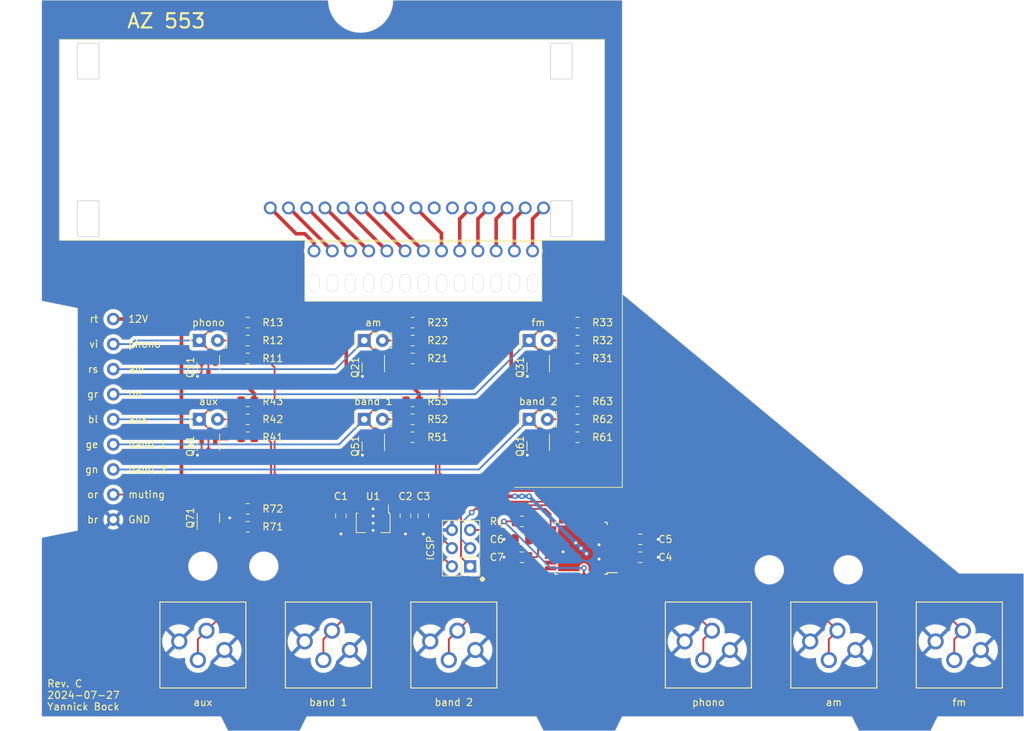
<source format=kicad_pcb>
(kicad_pcb (version 20221018) (generator pcbnew)
  (layers (0 "F.Cu" signal) (31 "B.Cu" signal) (34 "B.Paste" user) (35 "F.Paste" user) (36 "B.SilkS" user "B.Silkscreen") (37 "F.SilkS" user "F.Silkscreen") (38 "B.Mask" user) (39 "F.Mask" user) (44 "Edge.Cuts" user))
  (net 0 "")
  (net 1 "GND")
  (net 2 "+12V")
  (net 3 "PHONO")
  (net 4 "AM")
  (net 5 "FM")
  (net 6 "AUX")
  (net 7 "BD1")
  (net 8 "BD2")
  (net 9 "RESET")
  (net 10 "+5V")
  (net 11 "B_AUX")
  (net 12 "B_BD1")
  (net 13 "B_BD2")
  (net 14 "B_PHONO")
  (net 15 "B_AM")
  (net 16 "B_FM")
  (net 17 "Net-(U2-AREF)")
  (net 18 "Net-(D11-A)")
  (net 19 "Net-(D11-K)")
  (net 20 "Net-(D21-A)")
  (net 21 "Net-(D21-K)")
  (net 22 "Net-(D31-A)")
  (net 23 "Net-(D31-K)")
  (net 24 "Net-(D41-A)")
  (net 25 "Net-(D41-K)")
  (net 26 "Net-(D51-A)")
  (net 27 "Net-(D51-K)")
  (net 28 "Net-(D61-A)")
  (net 29 "Net-(D61-K)")
  (net 30 "Net-(J5-Pin_13)")
  (net 31 "CLK")
  (net 32 "MOSI")
  (net 33 "MISO")
  (net 34 "Net-(J5-Pin_12)")
  (net 35 "Net-(J5-Pin_11)")
  (net 36 "Net-(J5-Pin_10)")
  (net 37 "Net-(J5-Pin_9)")
  (net 38 "Net-(J5-Pin_8)")
  (net 39 "Net-(J5-Pin_7)")
  (net 40 "Net-(J5-Pin_6)")
  (net 41 "Net-(J5-Pin_5)")
  (net 42 "Net-(J5-Pin_4)")
  (net 43 "Net-(J5-Pin_3)")
  (net 44 "Net-(J5-Pin_2)")
  (net 45 "Net-(J5-Pin_1)")
  (net 49 "Net-(Q11-B)")
  (net 50 "Net-(Q21-B)")
  (net 51 "Net-(Q31-B)")
  (net 52 "Net-(Q41-B)")
  (net 53 "Net-(Q51-B)")
  (net 54 "Net-(Q61-B)")
  (net 55 "Net-(Q71-B)")
  (net 63 "Net-(J11-Pin_1)")
  (net 64 "MUTING")
  (footprint "LED_THT:LED_Rectangular_W5.0mm_H2.0mm" (layer "F.Cu") (at 36 61.5)
    (fp_text reference "D11" hide)
    (fp_text value "LED")
  )
  (footprint "LED_THT:LED_Rectangular_W5.0mm_H2.0mm" (layer "F.Cu") (at 59 61.5)
    (fp_text reference "D21" hide)
    (fp_text value "LED")
  )
  (footprint "LED_THT:LED_Rectangular_W5.0mm_H2.0mm" (layer "F.Cu") (at 82 61.5)
    (fp_text reference "D31" hide)
    (fp_text value "LED")
  )
  (footprint "LED_THT:LED_Rectangular_W5.0mm_H2.0mm" (layer "F.Cu") (at 36 72.5)
    (fp_text reference "D41" hide)
    (fp_text value "LED")
  )
  (footprint "LED_THT:LED_Rectangular_W5.0mm_H2.0mm" (layer "F.Cu") (at 59 72.5)
    (fp_text reference "D51" hide)
    (fp_text value "LED")
  )
  (footprint "LED_THT:LED_Rectangular_W5.0mm_H2.0mm" (layer "F.Cu") (at 82 72.5)
    (fp_text reference "D61" hide)
    (fp_text value "LED")
  )
  (footprint "Resistor_SMD:R_0805_2012Metric" (layer "F.Cu") (at 42.75 61.5)
    (fp_text reference "R12")
    (fp_text value "680")
  )
  (footprint "Resistor_SMD:R_0805_2012Metric" (layer "F.Cu") (at 65.75 61.5)
    (fp_text reference "R22")
    (fp_text value "680")
  )
  (footprint "Resistor_SMD:R_0805_2012Metric" (layer "F.Cu") (at 88.75 61.5)
    (fp_text reference "R32")
    (fp_text value "680")
  )
  (footprint "Resistor_SMD:R_0805_2012Metric" (layer "F.Cu") (at 42.75 72.5)
    (fp_text reference "R42")
    (fp_text value "680")
  )
  (footprint "Resistor_SMD:R_0805_2012Metric" (layer "F.Cu") (at 65.75 72.5)
    (fp_text reference "R52")
    (fp_text value "680")
  )
  (footprint "Resistor_SMD:R_0805_2012Metric" (layer "F.Cu") (at 88.75 72.5)
    (fp_text reference "R62")
    (fp_text value "680")
  )
  (footprint "Resistor_SMD:R_0805_2012Metric" (layer "F.Cu") (at 42.75 59)
    (fp_text reference "R13")
    (fp_text value "10k")
  )
  (footprint "Resistor_SMD:R_0805_2012Metric" (layer "F.Cu") (at 65.75 59)
    (fp_text reference "R23")
    (fp_text value "10k")
  )
  (footprint "Resistor_SMD:R_0805_2012Metric" (layer "F.Cu") (at 88.75 59)
    (fp_text reference "R33")
    (fp_text value "10k")
  )
  (footprint "Resistor_SMD:R_0805_2012Metric" (layer "F.Cu") (at 42.75 70)
    (fp_text reference "R43")
    (fp_text value "10k")
  )
  (footprint "Resistor_SMD:R_0805_2012Metric" (layer "F.Cu") (at 65.75 70)
    (fp_text reference "R53")
    (fp_text value "10k")
  )
  (footprint "Resistor_SMD:R_0805_2012Metric" (layer "F.Cu") (at 88.75 70)
    (fp_text reference "R63")
    (fp_text value "10k")
  )
  (footprint "Resistor_SMD:R_0805_2012Metric" (layer "F.Cu") (at 42.75 64 180)
    (fp_text reference "R11")
    (fp_text value "3.3k")
  )
  (footprint "Resistor_SMD:R_0805_2012Metric" (layer "F.Cu") (at 65.75 64 180)
    (fp_text reference "R21")
    (fp_text value "3.3k")
  )
  (footprint "Resistor_SMD:R_0805_2012Metric" (layer "F.Cu") (at 88.75 64 180)
    (fp_text reference "R31")
    (fp_text value "3.3k")
  )
  (footprint "Resistor_SMD:R_0805_2012Metric" (layer "F.Cu") (at 42.75 75 180)
    (fp_text reference "R41")
    (fp_text value "3.3k")
  )
  (footprint "Resistor_SMD:R_0805_2012Metric" (layer "F.Cu") (at 65.75 75 180)
    (fp_text reference "R51")
    (fp_text value "3.3k")
  )
  (footprint "Resistor_SMD:R_0805_2012Metric" (layer "F.Cu") (at 88.75 75 180)
    (fp_text reference "R61")
    (fp_text value "3.3k")
  )
  (footprint "Anzeige-Modul:SW_PUSH_DPDT" (layer "F.Cu") (at 37 102)
    (fp_text reference "SW1" hide)
    (fp_text value "AUX")
  )
  (footprint "Anzeige-Modul:SW_PUSH_DPDT" (layer "F.Cu") (at 54.5 102)
    (fp_text reference "SW2" hide)
    (fp_text value "BD1")
  )
  (footprint "Anzeige-Modul:SW_PUSH_DPDT" (layer "F.Cu") (at 72 102)
    (fp_text reference "SW3" hide)
    (fp_text value "BD2")
  )
  (footprint "Anzeige-Modul:SW_PUSH_DPDT" (layer "F.Cu") (at 107.5 102)
    (fp_text reference "SW4" hide)
    (fp_text value "PHONO")
  )
  (footprint "Anzeige-Modul:SW_PUSH_DPDT" (layer "F.Cu") (at 125 102)
    (fp_text reference "SW5" hide)
    (fp_text value "AM")
  )
  (footprint "Anzeige-Modul:SW_PUSH_DPDT" (layer "F.Cu") (at 142.5 102)
    (fp_text reference "SW6" hide)
    (fp_text value "FM")
  )
  (footprint "Package_TO_SOT_SMD:SOT-89-3" (layer "F.Cu") (at 60.25 86.65 -90)
    (fp_text reference "U1")
    (fp_text value "L78L05")
  )
  (footprint "Anzeige-Modul:PadArray_2.54mm_01x13" (layer "F.Cu") (at 67.2 52.5)
    (fp_text reference "J5" hide)
    (fp_text value "Conn_01x13_Male")
  )
  (footprint "saba_9240_frontend:Pad_Array_2,54mm_16" (layer "F.Cu") (at 65 45.2)
    (fp_text reference "J6" hide)
    (fp_text value "Conn_01x16_Male")
  )
  (footprint "Connector_PinHeader_2.54mm:PinHeader_2x03_P2.54mm_Vertical" (layer "F.Cu") (at 73.775 93.025 180)
    (fp_text reference "J3" hide)
    (fp_text value "Conn_02x03_Counter_Clockwise")
  )
  (footprint "Resistor_SMD:R_0805_2012Metric" (layer "F.Cu") (at 42.75 85 180)
    (fp_text reference "R72")
    (fp_text value "2k7")
  )
  (footprint "Resistor_SMD:R_0805_2012Metric" (layer "F.Cu") (at 42.75 87.5 180)
    (fp_text reference "R71")
    (fp_text value "3.3k")
  )
  (footprint "Capacitor_SMD:C_0805_2012Metric" (layer "F.Cu") (at 55.75 85.95 90)
    (fp_text reference "C1")
    (fp_text value "470n")
  )
  (footprint "Capacitor_SMD:C_0805_2012Metric" (layer "F.Cu") (at 67.25 85.95 90)
    (fp_text reference "C3")
    (fp_text value "100n")
  )
  (footprint "Package_QFP:TQFP-32_7x7mm_P0.8mm" (layer "F.Cu") (at 89.25 90.5 180)
    (fp_text reference "U2" hide)
    (fp_text value "ATmega328P-AU")
  )
  (footprint "Capacitor_SMD:C_0805_2012Metric" (layer "F.Cu") (at 81 91.75 180)
    (fp_text reference "C7")
    (fp_text value "100n")
  )
  (footprint "Resistor_SMD:R_0805_2012Metric" (layer "F.Cu") (at 81 86.75 180)
    (fp_text reference "R1")
    (fp_text value "10k")
  )
  (footprint "Capacitor_SMD:C_0805_2012Metric" (layer "F.Cu") (at 64.75 85.95 90)
    (fp_text reference "C2")
    (fp_text value "2.2µ")
  )
  (footprint "Capacitor_SMD:C_0805_2012Metric" (layer "F.Cu") (at 97.5 91.75 180)
    (fp_text reference "C4")
    (fp_text value "100n")
  )
  (footprint "Capacitor_SMD:C_0805_2012Metric" (layer "F.Cu") (at 97.5 89.25 180)
    (fp_text reference "C5")
    (fp_text value "100n")
  )
  (footprint "Capacitor_SMD:C_0805_2012Metric" (layer "F.Cu") (at 81 89.25)
    (fp_text reference "C6")
    (fp_text value "100n")
  )
  (footprint "Anzeige-Modul:Conn_01x01" (layer "F.Cu") (at 24 86.5)
    (fp_text reference "J13" hide)
    (fp_text value "br" hide)
  )
  (footprint "Package_TO_SOT_SMD:SOT-23" (layer "F.Cu") (at 60.27 76.25 -90)
    (fp_text reference "Q51")
    (fp_text value "BC847")
  )
  (footprint "Package_TO_SOT_SMD:SOT-23" (layer "F.Cu") (at 37.27 76.25 -90)
    (fp_text reference "Q41")
    (fp_text value "BC847")
  )
  (footprint "Anzeige-Modul:Conn_01x01" (layer "F.Cu") (at 24 65.5)
    (fp_text reference "J4" hide)
    (fp_text value "rs" hide)
  )
  (footprint "Anzeige-Modul:Conn_01x01" (layer "F.Cu") (at 24 79.5)
    (fp_text reference "J10" hide)
    (fp_text value "gn" hide)
  )
  (footprint "Anzeige-Modul:Conn_01x01" (layer "F.Cu") (at 24 58.5)
    (fp_text reference "J12" hide)
    (fp_text value "rt" hide)
  )
  (footprint "Anzeige-Modul:Conn_01x01" (layer "F.Cu") (at 24 72.5)
    (fp_text reference "J8" hide)
    (fp_text value "bl" hide)
  )
  (footprint "Package_TO_SOT_SMD:SOT-23" (layer "F.Cu") (at 37.27 65.25 -90)
    (fp_text reference "Q11")
    (fp_text value "BC847")
  )
  (footprint "Anzeige-Modul:Conn_01x01" (layer "F.Cu") (at 24 69)
    (fp_text reference "J7" hide)
    (fp_text value "gr" hide)
  )
  (footprint "Package_TO_SOT_SMD:SOT-23" (layer "F.Cu") (at 83.27 76.25 -90)
    (fp_text reference "Q61")
    (fp_text value "BC847")
  )
  (footprint "Anzeige-Modul:Conn_01x01" (layer "F.Cu") (at 24 76)
    (fp_text reference "J9" hide)
    (fp_text value "ge" hide)
  )
  (footprint "Anzeige-Modul:Conn_01x01" (layer "F.Cu") (at 24 62)
    (fp_text reference "J2" hide)
    (fp_text value "vi" hide)
  )
  (footprint "Package_TO_SOT_SMD:SOT-23" (layer "F.Cu") (at 83.27 65.25 -90)
    (fp_text reference "Q31")
    (fp_text value "BC847")
  )
  (footprint "Package_TO_SOT_SMD:SOT-23" (layer "F.Cu") (at 37.27 86.25 90)
    (fp_text reference "Q71")
    (fp_text value "BC847")
  )
  (footprint "Anzeige-Modul:Conn_01x01" (layer "F.Cu") (at 24 83)
    (fp_text reference "J11" hide)
    (fp_text value "or" hide)
  )
  (footprint "Package_TO_SOT_SMD:SOT-23" (layer "F.Cu") (at 60.27 65.25 -90)
    (fp_text reference "Q21")
    (fp_text value "BC847")
  )
  (gr_line (start 95 55) (end 95 82) (stroke (width 0.12)) (layer "F.SilkS"))
  (gr_line (start 16.5 47.5) (end 16.5 19.5) (stroke (width 0.12)) (layer "F.SilkS"))
  (gr_line (start 83.75 56) (end 50.75 56) (stroke (width 0.12)) (layer "F.SilkS"))
  (gr_line (start 92.5 47.5) (end 16.5 47.5) (stroke (width 0.12)) (layer "F.SilkS"))
  (gr_line (start 16.5 19.5) (end 92.5 19.5) (stroke (width 0.12)) (layer "F.SilkS"))
  (gr_line (start 50.75 56) (end 50.75 47.7) (stroke (width 0.12)) (layer "F.SilkS"))
  (gr_line (start 95 82) (end 80 82) (stroke (width 0.12)) (layer "F.SilkS"))
  (gr_line (start 83.75 47.7) (end 83.75 56) (stroke (width 0.12)) (layer "F.SilkS"))
  (gr_line (start 50.75 47.7) (end 83.75 47.7) (stroke (width 0.12)) (layer "F.SilkS"))
  (gr_line (start 92.5 19.5) (end 92.5 47.5) (stroke (width 0.12)) (layer "F.SilkS"))
  (gr_line (start 139 114) (end 151 114) (stroke (width 0.05)) (layer "Edge.Cuts"))
  (gr_line (start 142 94) (end 95 55) (stroke (width 0.05)) (layer "Edge.Cuts"))
  (gr_line (start 40 116) (end 50 116) (stroke (width 0.05)) (layer "Edge.Cuts"))
  (gr_line (start 94 116) (end 95 114) (stroke (width 0.05)) (layer "Edge.Cuts"))
  (gr_line (start 138 116) (end 139 114) (stroke (width 0.05)) (layer "Edge.Cuts"))
  (gr_line (start 19 88) (end 14 89) (stroke (width 0.05)) (layer "Edge.Cuts"))
  (gr_arc (start 81.73 53) (mid 82.48 52.25) (end 83.23 53) (stroke (width 0.05)) (layer "Edge.Cuts"))
  (gr_arc (start 80.69 54) (mid 79.94 54.75) (end 79.19 54) (stroke (width 0.05)) (layer "Edge.Cuts"))
  (gr_arc (start 78.15 54) (mid 77.4 54.75) (end 76.65 54) (stroke (width 0.05)) (layer "Edge.Cuts"))
  (gr_arc (start 75.61 54) (mid 74.86 54.75) (end 74.11 54) (stroke (width 0.05)) (layer "Edge.Cuts"))
  (gr_arc (start 73.07 54) (mid 72.32 54.75) (end 71.57 54) (stroke (width 0.05)) (layer "Edge.Cuts"))
  (gr_arc (start 70.53 54) (mid 69.78 54.75) (end 69.03 54) (stroke (width 0.05)) (layer "Edge.Cuts"))
  (gr_arc (start 67.99 54) (mid 67.24 54.75) (end 66.49 54) (stroke (width 0.05)) (layer "Edge.Cuts"))
  (gr_arc (start 65.45 54) (mid 64.7 54.75) (end 63.95 54) (stroke (width 0.05)) (layer "Edge.Cuts"))
  (gr_arc (start 62.91 54) (mid 62.16 54.75) (end 61.41 54) (stroke (width 0.05)) (layer "Edge.Cuts"))
  (gr_arc (start 60.37 54) (mid 59.62 54.75) (end 58.87 54) (stroke (width 0.05)) (layer "Edge.Cuts"))
  (gr_arc (start 57.83 54) (mid 57.08 54.75) (end 56.33 54) (stroke (width 0.05)) (layer "Edge.Cuts"))
  (gr_arc (start 55.29 54) (mid 54.54 54.75) (end 53.79 54) (stroke (width 0.05)) (layer "Edge.Cuts"))
  (gr_arc (start 52.75 54) (mid 52 54.75) (end 51.25 54) (stroke (width 0.05)) (layer "Edge.Cuts"))
  (gr_arc (start 79.19 53) (mid 79.94 52.25) (end 80.69 53) (stroke (width 0.05)) (layer "Edge.Cuts"))
  (gr_arc (start 76.65 53) (mid 77.4 52.25) (end 78.15 53) (stroke (width 0.05)) (layer "Edge.Cuts"))
  (gr_arc (start 74.11 53) (mid 74.86 52.25) (end 75.61 53) (stroke (width 0.05)) (layer "Edge.Cuts"))
  (gr_arc (start 71.57 53) (mid 72.32 52.25) (end 73.07 53) (stroke (width 0.05)) (layer "Edge.Cuts"))
  (gr_arc (start 69.03 53) (mid 69.78 52.25) (end 70.53 53) (stroke (width 0.05)) (layer "Edge.Cuts"))
  (gr_arc (start 66.49 53) (mid 67.24 52.25) (end 67.99 53) (stroke (width 0.05)) (layer "Edge.Cuts"))
  (gr_arc (start 63.95 53) (mid 64.7 52.25) (end 65.45 53) (stroke (width 0.05)) (layer "Edge.Cuts"))
  (gr_arc (start 61.41 53) (mid 62.16 52.25) (end 62.91 53) (stroke (width 0.05)) (layer "Edge.Cuts"))
  (gr_arc (start 58.87 53) (mid 59.62 52.25) (end 60.37 53) (stroke (width 0.05)) (layer "Edge.Cuts"))
  (gr_arc (start 56.33 53) (mid 57.08 52.25) (end 57.83 53) (stroke (width 0.05)) (layer "Edge.Cuts"))
  (gr_arc (start 53.79 53) (mid 54.54 52.25) (end 55.29 53) (stroke (width 0.05)) (layer "Edge.Cuts"))
  (gr_arc (start 51.25 53) (mid 52 52.25) (end 52.75 53) (stroke (width 0.05)) (layer "Edge.Cuts"))
  (gr_line (start 80.69 53) (end 80.69 54) (stroke (width 0.05)) (layer "Edge.Cuts"))
  (gr_line (start 79.19 53) (end 79.19 54) (stroke (width 0.05)) (layer "Edge.Cuts"))
  (gr_line (start 78.15 53) (end 78.15 54) (stroke (width 0.05)) (layer "Edge.Cuts"))
  (gr_line (start 76.65 53) (end 76.65 54) (stroke (width 0.05)) (layer "Edge.Cuts"))
  (gr_line (start 75.61 53) (end 75.61 54) (stroke (width 0.05)) (layer "Edge.Cuts"))
  (gr_line (start 74.11 53) (end 74.11 54) (stroke (width 0.05)) (layer "Edge.Cuts"))
  (gr_line (start 73.07 53) (end 73.07 54) (stroke (width 0.05)) (layer "Edge.Cuts"))
  (gr_line (start 71.57 53) (end 71.57 54) (stroke (width 0.05)) (layer "Edge.Cuts"))
  (gr_line (start 70.53 53) (end 70.53 54) (stroke (width 0.05)) (layer "Edge.Cuts"))
  (gr_line (start 69.03 53) (end 69.03 54) (stroke (width 0.05)) (layer "Edge.Cuts"))
  (gr_line (start 67.99 53) (end 67.99 54) (stroke (width 0.05)) (layer "Edge.Cuts"))
  (gr_line (start 66.49 53) (end 66.49 54) (stroke (width 0.05)) (layer "Edge.Cuts"))
  (gr_line (start 65.45 53) (end 65.45 54) (stroke (width 0.05)) (layer "Edge.Cuts"))
  (gr_line (start 63.95 53) (end 63.95 54) (stroke (width 0.05)) (layer "Edge.Cuts"))
  (gr_line (start 62.91 53) (end 62.91 54) (stroke (width 0.05)) (layer "Edge.Cuts"))
  (gr_line (start 61.41 53) (end 61.41 54) (stroke (width 0.05)) (layer "Edge.Cuts"))
  (gr_line (start 60.37 53) (end 60.37 54) (stroke (width 0.05)) (layer "Edge.Cuts"))
  (gr_line (start 58.87 53) (end 58.87 54) (stroke (width 0.05)) (layer "Edge.Cuts"))
  (gr_line (start 57.83 53) (end 57.83 54) (stroke (width 0.05)) (layer "Edge.Cuts"))
  (gr_line (start 56.33 53) (end 56.33 54) (stroke (width 0.05)) (layer "Edge.Cuts"))
  (gr_line (start 55.29 53) (end 55.29 54) (stroke (width 0.05)) (layer "Edge.Cuts"))
  (gr_line (start 53.79 53) (end 53.79 54) (stroke (width 0.05)) (layer "Edge.Cuts"))
  (gr_line (start 52.75 53) (end 52.75 54) (stroke (width 0.05)) (layer "Edge.Cuts"))
  (gr_line (start 51.25 53) (end 51.25 54) (stroke (width 0.05)) (layer "Edge.Cuts"))
  (gr_line (start 14 14) (end 14 56) (stroke (width 0.05)) (layer "Edge.Cuts"))
  (gr_line (start 22 47) (end 19 47) (stroke (width 0.1)) (layer "Edge.Cuts"))
  (gr_line (start 88 20) (end 88 25) (stroke (width 0.1)) (layer "Edge.Cuts"))
  (gr_line (start 19 42) (end 22 42) (stroke (width 0.1)) (layer "Edge.Cuts"))
  (gr_line (start 151 114) (end 151 94) (stroke (width 0.05)) (layer "Edge.Cuts"))
  (gr_line (start 14 56) (end 19 57) (stroke (width 0.05)) (layer "Edge.Cuts"))
  (gr_circle (center 45 93) (end 47 93) (stroke (width 0.05)) (fill none) (layer "Edge.Cuts"))
  (gr_line (start 22 20) (end 22 25) (stroke (width 0.1)) (layer "Edge.Cuts"))
  (gr_line (start 85 47) (end 85 42) (stroke (width 0.1)) (layer "Edge.Cuts"))
  (gr_line (start 39 114) (end 40 116) (stroke (width 0.05)) (layer "Edge.Cuts"))
  (gr_line (start 51 114) (end 50 116) (stroke (width 0.05)) (layer "Edge.Cuts"))
  (gr_line (start 128 116) (end 138 116) (stroke (width 0.05)) (layer "Edge.Cuts"))
  (gr_line (start 22 42) (end 22 47) (stroke (width 0.1)) (layer "Edge.Cuts"))
  (gr_line (start 88 42) (end 88 47) (stroke (width 0.1)) (layer "Edge.Cuts"))
  (gr_line (start 14 14) (end 54 14) (stroke (width 0.05)) (layer "Edge.Cuts"))
  (gr_line (start 85 20) (end 88 20) (stroke (width 0.1)) (layer "Edge.Cuts"))
  (gr_line (start 95 14) (end 63 14) (stroke (width 0.05)) (layer "Edge.Cuts"))
  (gr_line (start 19 47) (end 19 42) (stroke (width 0.1)) (layer "Edge.Cuts"))
  (gr_line (start 151 94) (end 142 94) (stroke (width 0.05)) (layer "Edge.Cuts"))
  (gr_line (start 88 47) (end 85 47) (stroke (width 0.1)) (layer "Edge.Cuts"))
  (gr_line (start 127 114) (end 128 116) (stroke (width 0.05)) (layer "Edge.Cuts"))
  (gr_line (start 19 57) (end 19 88) (stroke (width 0.05)) (layer "Edge.Cuts"))
  (gr_line (start 95 14) (end 95 55) (stroke (width 0.05)) (layer "Edge.Cuts"))
  (gr_line (start 83 114) (end 84 116) (stroke (width 0.05)) (layer "Edge.Cuts"))
  (gr_circle (center 36.5 93) (end 38.5 93) (stroke (width 0.05)) (fill none) (layer "Edge.Cuts"))
  (gr_line (start 84 116) (end 94 116) (stroke (width 0.05)) (layer "Edge.Cuts"))
  (gr_line (start 19 20) (end 22 20) (stroke (width 0.1)) (layer "Edge.Cuts"))
  (gr_arc (start 63 14) (mid 58.5 18.5) (end 54 14) (stroke (width 0.05)) (layer "Edge.Cuts"))
  (gr_line (start 85 42) (end 88 42) (stroke (width 0.1)) (layer "Edge.Cuts"))
  (gr_circle (center 115.5 93.5) (end 117.5 93.5) (stroke (width 0.05)) (fill none) (layer "Edge.Cuts"))
  (gr_line (start 95 114) (end 127 114) (stroke (width 0.05)) (layer "Edge.Cuts"))
  (gr_arc (start 83.23 54) (mid 82.48 54.75) (end 81.73 54) (stroke (width 0.05)) (layer "Edge.Cuts"))
  (gr_line (start 85 25) (end 85 20) (stroke (width 0.1)) (layer "Edge.Cuts"))
  (gr_circle (center 126.5 93.5) (end 128.5 93.5) (stroke (width 0.05)) (fill none) (layer "Edge.Cuts"))
  (gr_line (start 88 25) (end 85 25) (stroke (width 0.1)) (layer "Edge.Cuts"))
  (gr_line (start 22 25) (end 19 25) (stroke (width 0.1)) (layer "Edge.Cuts"))
  (gr_line (start 14 114) (end 39 114) (stroke (width 0.05)) (layer "Edge.Cuts"))
  (gr_line (start 81.73 54) (end 81.73 53) (stroke (width 0.05)) (layer "Edge.Cuts"))
  (gr_line (start 51 114) (end 83 114) (stroke (width 0.05)) (layer "Edge.Cuts"))
  (gr_line (start 14 114) (end 14 89) (stroke (width 0.05)) (layer "Edge.Cuts"))
  (gr_line (start 83.23 54) (end 83.23 53) (stroke (width 0.05)) (layer "Edge.Cuts"))
  (gr_line (start 19 25) (end 19 20) (stroke (width 0.1)) (layer "Edge.Cuts"))
  (gr_text "phono" (at 107 112) (layer "F.SilkS") (effects (font (size 1 1))))
  (gr_text "aux" (at 36.5 112) (layer "F.SilkS") (effects (font (size 1 1))))
  (gr_text "am" (at 124.5 112) (layer "F.SilkS") (effects (font (size 1 1))))
  (gr_text "band 1" (at 54 112) (layer "F.SilkS") (effects (font (size 1 1))))
  (gr_text "band 2" (at 71.5 112) (layer "F.SilkS") (effects (font (size 1 1))))
  (gr_text "fm" (at 142 112) (layer "F.SilkS") (effects (font (size 1 1))))
  (gr_text "bl" (at 22 72.5) (layer "F.SilkS") (effects (font (size 1 1)) (justify right)))
  (gr_text "fm" (at 83.27 59) (layer "F.SilkS") (effects (font (size 1 1))))
  (gr_text "AZ 553" (at 31.4 16.9) (layer "F.SilkS") (effects (font (size 2 2) (thickness 0.3))))
  (gr_text "band 1" (at 60.27 70) (layer "F.SilkS") (effects (font (size 1 1))))
  (gr_text "vi" (at 22 62) (layer "F.SilkS") (effects (font (size 1 1)) (justify right)))
  (gr_text "aux" (at 37.27 70) (layer "F.SilkS") (effects (font (size 1 1))))
  (gr_text "band 1" (at 26 76) (layer "F.SilkS") (effects (font (size 1 1)) (justify left)))
  (gr_text "gn" (at 22 79.5) (layer "F.SilkS") (effects (font (size 1 1)) (justify right)))
  (gr_text "gr" (at 22 69) (layer "F.SilkS") (effects (font (size 1 1)) (justify right)))
  (gr_text "ICSP" (at 68.235 90.485 90) (layer "F.SilkS") (effects (font (size 1 1))))
  (gr_text "band 2" (at 26 79.5) (layer "F.SilkS") (effects (font (size 1 1)) (justify left)))
  (gr_text "fm" (at 26 69) (layer "F.SilkS") (effects (font (size 1 1)) (justify left)))
  (gr_text "rs" (at 22 65.5) (layer "F.SilkS") (effects (font (size 1 1)) (justify right)))
  (gr_text "12V" (at 26 58.5) (layer "F.SilkS") (effects (font (size 1 1)) (justify left)))
  (gr_text "or" (at 22 83) (layer "F.SilkS") (effects (font (size 1 1)) (justify right)))
  (gr_text "am" (at 26 65.5) (layer "F.SilkS") (effects (font (size 1 1)) (justify left)))
  (gr_text "am" (at 60.27 59) (layer "F.SilkS") (effects (font (size 1 1))))
  (gr_text "phono" (at 37.27 59) (layer "F.SilkS") (effects (font (size 1 1))))
  (gr_text "ge" (at 22 76) (layer "F.SilkS") (effects (font (size 1 1)) (justify right)))
  (gr_text "phono" (at 26 62) (layer "F.SilkS") (effects (font (size 1 1)) (justify left)))
  (gr_text "band 2" (at 83.27 70) (layer "F.SilkS") (effects (font (size 1 1))))
  (gr_text "rt" (at 22 58.5) (layer "F.SilkS") (effects (font (size 1 1)) (justify right)))
  (gr_text "aux" (at 26 72.5) (layer "F.SilkS") (effects (font (size 1 1)) (justify left)))
  (gr_text "muting" (at 26 83) (layer "F.SilkS") (effects (font (size 1 1)) (justify left)))
  (gr_text "." (at 74.475 94.81 90) (layer "F.SilkS") (effects (font (size 2.5 2.5) (thickness 0.5))))
  (gr_text "GND" (at 26 86.5) (layer "F.SilkS") (effects (font (size 1 1)) (justify left)))
  (gr_text "br" (at 22 86.5) (layer "F.SilkS") (effects (font (size 1 1)) (justify right)))
  (gr_text "Rev. C\n2024-07-27\nYannick Bock" (at 14.7 111) (layer "F.SilkS") (effects (font (size 1 1)) (justify left)))
  (segment (start 93.5 90.1) (end 92.6 90.1) (width 0.25) (layer "F.Cu") (net 1))
  (segment (start 36.32 75.3125) (end 36.32 76.93) (width 0.25) (layer "F.Cu") (net 1))
  (segment (start 80.05 91.75) (end 78.5 91.75) (width 0.5) (layer "F.Cu") (net 1))
  (segment (start 38.22 87.1875) (end 39.3125 87.1875) (width 0.25) (layer "F.Cu") (net 1))
  (segment (start 98.45 91.75) (end 100 91.75) (width 0.5) (layer "F.Cu") (net 1))
  (segment (start 82.32 65.93) (end 81.75 66.5) (width 0.25) (layer "F.Cu") (net 1))
  (segment (start 98.45 89.25) (end 100 89.25) (width 0.5) (layer "F.Cu") (net 1))
  (segment (start 80.05 89.25) (end 78.5 89.25) (width 0.5) (layer "F.Cu") (net 1))
  (segment (start 82.32 76.93) (end 81.75 77.5) (width 0.25) (layer "F.Cu") (net 1))
  (segment (start 36.32 65.93) (end 35.75 66.5) (width 0.25) (layer "F.Cu") (net 1))
  (segment (start 82.32 64.3125) (end 82.32 65.93) (width 0.25) (layer "F.Cu") (net 1))
  (segment (start 82.32 75.3125) (end 82.32 76.93) (width 0.25) (layer "F.Cu") (net 1))
  (segment (start 36.32 64.3125) (end 36.32 65.93) (width 0.25) (layer "F.Cu") (net 1))
  (segment (start 36.32 76.93) (end 35.75 77.5) (width 0.25) (layer "F.Cu") (net 1))
  (segment (start 91.75 92) (end 92.25 92) (width 0.25) (layer "F.Cu") (net 1))
  (segment (start 92.25 92) (end 92.55 91.7) (width 0.25) (layer "F.Cu") (net 1))
  (segment (start 86.75 91) (end 86.1 91) (width 0.25) (layer "F.Cu") (net 1))
  (segment (start 59.32 65.93) (end 58.75 66.5) (width 0.25) (layer "F.Cu") (net 1))
  (segment (start 92.5 90) (end 91.75 90) (width 0.25) (layer "F.Cu") (net 1))
  (segment (start 85 90.9) (end 86 90.9) (width 0.25) (layer "F.Cu") (net 1))
  (segment (start 55.75 86.9) (end 55.75 88.5) (width 0.5) (layer "F.Cu") (net 1))
  (segment (start 92.6 90.1) (end 92.5 90) (width 0.25) (layer "F.Cu") (net 1))
  (segment (start 67.25 86.9) (end 67.25 88.5) (width 0.5) (layer "F.Cu") (net 1))
  (segment (start 39.3125 87.1875) (end 40.25 86.25) (width 0.25) (layer "F.Cu") (net 1))
  (segment (start 59.32 76.93) (end 58.75 77.5) (width 0.25) (layer "F.Cu") (net 1))
  (segment (start 86.1 91) (end 86 90.9) (width 0.25) (layer "F.Cu") (net 1))
  (segment (start 59.32 64.3125) (end 59.32 65.93) (width 0.25) (layer "F.Cu") (net 1))
  (segment (start 64.75 86.9) (end 64.75 88.5) (width 0.5) (layer "F.Cu") (net 1))
  (segment (start 59.32 75.3125) (end 59.32 76.93) (width 0.25) (layer "F.Cu") (net 1))
  (segment (start 92.55 91.7) (end 93.5 91.7) (width 0.25) (layer "F.Cu") (net 1))
  (via (at 86.75 91) (size 0.8) (drill 0.4) (layers "F.Cu" "B.Cu") (net 1))
  (via (at 100 91.75) (size 0.8) (drill 0.4) (layers "F.Cu" "B.Cu") (net 1))
  (via (at 91.75 90) (size 0.8) (drill 0.4) (layers "F.Cu" "B.Cu") (net 1))
  (via (at 67.25 88.5) (size 0.8) (drill 0.4) (layers "F.Cu" "B.Cu") (net 1))
  (via (at 100 89.25) (size 0.8) (drill 0.4) (layers "F.Cu" "B.Cu") (net 1))
  (via (at 60.25 87) (size 0.8) (drill 0.4) (layers "F.Cu" "B.Cu") (net 1))
  (via (at 81.75 66.5) (size 0.8) (drill 0.4) (layers "F.Cu" "B.Cu") (net 1))
  (via (at 78.5 91.75) (size 0.8) (drill 0.4) (layers "F.Cu" "B.Cu") (net 1))
  (via (at 81.75 77.5) (size 0.8) (drill 0.4) (layers "F.Cu" "B.Cu") (net 1))
  (via (at 40.25 86.25) (size 0.8) (drill 0.4) (layers "F.Cu" "B.Cu") (net 1))
  (via (at 55.75 88.5) (size 0.8) (drill 0.4) (layers "F.Cu" "B.Cu") (net 1))
  (via (at 58.75 77.5) (size 0.8) (drill 0.4) (layers "F.Cu" "B.Cu") (net 1))
  (via (at 91.75 92) (size 0.8) (drill 0.4) (layers "F.Cu" "B.Cu") (net 1))
  (via (at 64.75 88.5) (size 0.8) (drill 0.4) (layers "F.Cu" "B.Cu") (net 1))
  (via (at 60.25 88) (size 0.8) (drill 0.4) (layers "F.Cu" "B.Cu") (net 1))
  (via (at 78.5 89.25) (size 0.8) (drill 0.4) (layers "F.Cu" "B.Cu") (net 1))
  (via (at 60.25 86) (size 0.8) (drill 0.4) (layers "F.Cu" "B.Cu") (net 1))
  (via (at 58.75 66.5) (size 0.8) (drill 0.4) (layers "F.Cu" "B.Cu") (net 1))
  (via (at 35.75 77.5) (size 0.8) (drill 0.4) (layers "F.Cu" "B.Cu") (net 1))
  (via (at 35.75 66.5) (size 0.8) (drill 0.4) (layers "F.Cu" "B.Cu") (net 1))
  (via (at 60.25 85) (size 0.8) (drill 0.4) (layers "F.Cu" "B.Cu") (net 1))
  (segment (start 35 83) (end 33.5 81.5) (width 0.5) (layer "F.Cu") (net 2))
  (segment (start 43.6625 68.9125) (end 42.75 68) (width 0.5) (layer "F.Cu") (net 2))
  (segment (start 43.6625 83.9125) (end 42.75 83) (width 0.5) (layer "F.Cu") (net 2))
  (segment (start 66.6625 68.9125) (end 65.75 68) (width 0.5) (layer "F.Cu") (net 2))
  (segment (start 43.6625 85) (end 55.75 85) (width 0.5) (layer "F.Cu") (net 2))
  (segment (start 33.5 66.5) (end 33.5 66) (width 0.5) (layer "F.Cu") (net 2))
  (segment (start 33.5 66) (end 33.5 56.5) (width 0.5) (layer "F.Cu") (net 2))
  (segment (start 65.75 68) (end 58 68) (width 0.5) (layer "F.Cu") (net 2))
  (segment (start 43.6625 85) (end 43.6625 83.9125) (width 0.5) (layer "F.Cu") (net 2))
  (segment (start 89.6625 68.9125) (end 88.75 68) (width 0.5) (layer "F.Cu") (net 2))
  (segment (start 79.5 66.5) (end 79.5 56.5) (width 0.5) (layer "F.Cu") (net 2))
  (segment (start 33.5 56.5) (end 28.5 56.5) (width 0.5) (layer "F.Cu") (net 2))
  (segment (start 28.5 56.5) (end 26.5 58.5) (width 0.5) (layer "F.Cu") (net 2))
  (segment (start 56.5 56.5) (end 43.75 56.5) (width 0.5) (layer "F.Cu") (net 2))
  (segment (start 43.6625 70) (end 43.6625 68.9125) (width 0.5) (layer "F.Cu") (net 2))
  (segment (start 26.5 58.5) (end 24 58.5) (width 0.5) (layer "F.Cu") (net 2))
  (segment (start 43.75 56.5) (end 33.5 56.5) (width 0.5) (layer "F.Cu") (net 2))
  (segment (start 42.75 68) (end 35 68) (width 0.5) (layer "F.Cu") (net 2))
  (segment (start 33.5 81.5) (end 33.5 66) (width 0.5) (layer "F.Cu") (net 2))
  (segment (start 43.6625 70) (end 43.6625 72.5) (width 0.5) (layer "F.Cu") (net 2))
  (segment (start 66.75 56.5) (end 56.5 56.5) (width 0.5) (layer "F.Cu") (net 2))
  (segment (start 81 68) (end 79.5 66.5) (width 0.5) (layer "F.Cu") (net 2))
  (segment (start 56.5 66.5) (end 56.5 56.5) (width 0.5) (layer "F.Cu") (net 2))
  (segment (start 35 68) (end 33.5 66.5) (width 0.5) (layer "F.Cu") (net 2))
  (segment (start 89.6625 57.4125) (end 88.75 56.5) (width 0.5) (layer "F.Cu") (net 2))
  (segment (start 88.75 56.5) (end 79.5 56.5) (width 0.5) (layer "F.Cu") (net 2))
  (segment (start 89.6625 70) (end 89.6625 72.5) (width 0.5) (layer "F.Cu") (net 2))
  (segment (start 43.6625 59) (end 43.6625 61.5) (width 0.5) (layer "F.Cu") (net 2))
  (segment (start 55.75 85) (end 58.75 85) (width 0.5) (layer "F.Cu") (net 2))
  (segment (start 66.6625 70) (end 66.6625 68.9125) (width 0.5) (layer "F.Cu") (net 2))
  (segment (start 42.75 83) (end 35 83) (width 0.5) (layer "F.Cu") (net 2))
  (segment (start 89.6625 59) (end 89.6625 57.4125) (width 0.5) (layer "F.Cu") (net 2))
  (segment (start 89.6625 70) (end 89.6625 68.9125) (width 0.5) (layer "F.Cu") (net 2))
  (segment (start 89.6625 59) (end 89.6625 61.5) (width 0.5) (layer "F.Cu") (net 2))
  (segment (start 66.6625 59) (end 66.6625 61.5) (width 0.5) (layer "F.Cu") (net 2))
  (segment (start 79.5 56.5) (end 66.75 56.5) (width 0.5) (layer "F.Cu") (net 2))
  (segment (start 58 68) (end 56.5 66.5) (width 0.5) (layer "F.Cu") (net 2))
  (segment (start 88.75 68) (end 81 68) (width 0.5) (layer "F.Cu") (net 2))
  (segment (start 43.6625 56.5875) (end 43.75 56.5) (width 0.5) (layer "F.Cu") (net 2))
  (segment (start 66.6625 70) (end 66.6625 72.5) (width 0.5) (layer "F.Cu") (net 2))
  (segment (start 43.6625 59) (end 43.6625 56.5875) (width 0.5) (layer "F.Cu") (net 2))
  (segment (start 66.6625 59) (end 66.6625 56.5875) (width 0.5) (layer "F.Cu") (net 2))
  (segment (start 66.6625 56.5875) (end 66.75 56.5) (width 0.5) (layer "F.Cu") (net 2))
  (segment (start 43.6625 64) (end 45.25 64) (width 0.25) (layer "F.Cu") (net 3))
  (segment (start 46.5 80) (end 48.5 82) (width 0.25) (layer "F.Cu") (net 3))
  (segment (start 48.5 82) (end 86.5 82) (width 0.25) (layer "F.Cu") (net 3))
  (segment (start 88.85 84.35) (end 88.85 86.25) (width 0.25) (layer "F.Cu") (net 3))
  (segment (start 45.25 64) (end 46.5 65.25) (width 0.25) (layer "F.Cu") (net 3))
  (segment (start 46.5 65.25) (end 46.5 80) (width 0.25) (layer "F.Cu") (net 3))
  (segment (start 86.5 82) (end 88.85 84.35) (width 0.25) (layer "F.Cu") (net 3))
  (segment (start 70.5 81) (end 69.5 80) (width 0.25) (layer "F.Cu") (net 4))
  (segment (start 69.5 80) (end 69.5 65.25) (width 0.25) (layer "F.Cu") (net 4))
  (segment (start 70.5 81) (end 87 81) (width 0.25) (layer "F.Cu") (net 4))
  (segment (start 90.45 84.45) (end 90.45 86.25) (width 0.25) (layer "F.Cu") (net 4))
  (segment (start 69.5 65.25) (end 68.25 64) (width 0.25) (layer "F.Cu") (net 4))
  (segment (start 87 81) (end 90.45 84.45) (width 0.25) (layer "F.Cu") (net 4))
  (segment (start 68.25 64) (end 66.6625 64) (width 0.25) (layer "F.Cu") (net 4))
  (segment (start 92.5 65.25) (end 91.25 64) (width 0.25) (layer "F.Cu") (net 5))
  (segment (start 92.05 84.45) (end 92.5 84) (width 0.25) (layer "F.Cu") (net 5))
  (segment (start 92.05 86.25) (end 92.05 84.45) (width 0.25) (layer "F.Cu") (net 5))
  (segment (start 91.25 64) (end 89.6625 64) (width 0.25) (layer "F.Cu") (net 5))
  (segment (start 92.5 84) (end 92.5 65.25) (width 0.25) (layer "F.Cu") (net 5))
  (segment (start 43.6625 75) (end 45.25 75) (width 0.25) (layer "F.Cu") (net 6))
  (segment (start 48.25 82.5) (end 86.25 82.5) (width 0.25) (layer "F.Cu") (net 6))
  (segment (start 86.25 82.5) (end 88.05 84.3) (width 0.25) (layer "F.Cu") (net 6))
  (segment (start 88.05 84.3) (end 88.05 86.25) (width 0.25) (layer "F.Cu") (net 6))
  (segment (start 45.25 75) (end 46 75.75) (width 0.25) (layer "F.Cu") (net 6))
  (segment (start 46 80.25) (end 48.25 82.5) (width 0.25) (layer "F.Cu") (net 6))
  (segment (start 46 75.75) (end 46 80.25) (width 0.25) (layer "F.Cu") (net 6))
  (segment (start 70.25 81.5) (end 69 80.25) (width 0.25) (layer "F.Cu") (net 7))
  (segment (start 70.25 81.5) (end 86.75 81.5) (width 0.25) (layer "F.Cu") (net 7))
  (segment (start 69 75.75) (end 68.25 75) (width 0.25) (layer "F.Cu") (net 7))
  (segment (start 68.25 75) (end 66.6625 75) (width 0.25) (layer "F.Cu") (net 7))
  (segment (start 69 80.25) (end 69 75.75) (width 0.25) (layer "F.Cu") (net 7))
  (segment (start 89.65 84.4) (end 89.65 86.25) (width 0.25) (layer "F.Cu") (net 7))
  (segment (start 86.75 81.5) (end 89.65 84.4) (width 0.25) (layer "F.Cu") (net 7))
  (segment (start 92 83.75) (end 91.25 84.5) (width 0.25) (layer "F.Cu") (net 8))
  (segment (start 91.25 75) (end 92 75.75) (width 0.25) (layer "F.Cu") (net 8))
  (segment (start 91.25 84.5) (end 91.25 86.25) (width 0.25) (layer "F.Cu") (net 8))
  (segment (start 89.6625 75) (end 91.25 75) (width 0.25) (layer "F.Cu") (net 8))
  (segment (start 92 75.75) (end 92 83.75) (width 0.25) (layer "F.Cu") (net 8))
  (segment (start 77.305 87.945) (end 78.5 86.75) (width 0.25) (layer "F.Cu") (net 9))
  (segment (start 73.775 87.945) (end 77.305 87.945) (width 0.25) (layer "F.Cu") (net 9))
  (segment (start 89.65 94.75) (end 89.65 93.25) (width 0.25) (layer "F.Cu") (net 9))
  (segment (start 80.0875 86.75) (end 78.5 86.75) (width 0.25) (layer "F.Cu") (net 9))
  (via (at 78.5 86.75) (size 0.8) (drill 0.4) (layers "F.Cu" "B.Cu") (net 9))
  (via (at 89.65 93.25) (size 0.8) (drill 0.4) (layers "F.Cu" "B.Cu") (net 9))
  (segment (start 85 93.25) (end 78.5 86.75) (width 0.25) (layer "B.Cu") (net 9))
  (segment (start 89.65 93.25) (end 85 93.25) (width 0.25) (layer "B.Cu") (net 9))
  (segment (start 85 88.5) (end 83.75 88.5) (width 0.25) (layer "F.Cu") (net 10))
  (segment (start 95.5 89.25) (end 96.55 89.25) (width 0.25) (layer "F.Cu") (net 10))
  (segment (start 71 83.25) (end 69.25 85) (width 0.5) (layer "F.Cu") (net 10))
  (segment (start 93.5 90.9) (end 94.65 90.9) (width 0.25) (layer "F.Cu") (net 10))
  (segment (start 71.235 93.025) (end 69.25 91.04) (width 0.25) (layer "F.Cu") (net 10))
  (segment (start 80 83.25) (end 81 83.25) (width 0.5) (layer "F.Cu") (net 10))
  (segment (start 94.65 90.9) (end 95.5 91.75) (width 0.25) (layer "F.Cu") (net 10))
  (segment (start 81.95 86.7875) (end 81.9125 86.75) (width 0.25) (layer "F.Cu") (net 10))
  (segment (start 93.5 90.9) (end 92.35 90.9) (width 0.25) (layer "F.Cu") (net 10))
  (segment (start 67.25 85) (end 69.25 85) (width 0.5) (layer "F.Cu") (net 10))
  (segment (start 81 83.25) (end 82 83.25) (width 0.5) (layer "F.Cu") (net 10))
  (segment (start 95.45 89.3) (end 95.5 89.25) (width 0.25) (layer "F.Cu") (net 10))
  (segment (start 93.5 89.3) (end 95.45 89.3) (width 0.25) (layer "F.Cu") (net 10))
  (segment (start 69.25 91.04) (end 69.25 86.75) (width 0.25) (layer "F.Cu") (net 10))
  (segment (start 92.35 90.9) (end 92.25 91) (width 0.25) (layer "F.Cu") (net 10))
  (segment (start 81.95 89.25) (end 81.95 86.7875) (width 0.25) (layer "F.Cu") (net 10))
  (segment (start 83 89.25) (end 81.95 89.25) (width 0.25) (layer "F.Cu") (net 10))
  (segment (start 85 88.5) (end 86 88.5) (width 0.25) (layer "F.Cu") (net 10))
  (segment (start 83.75 88.5) (end 83 89.25) (width 0.25) (layer "F.Cu") (net 10))
  (segment (start 61.75 85) (end 64.75 85) (width 0.5) (layer "F.Cu") (net 10))
  (segment (start 69.25 85) (end 69.25 86.75) (width 0.5) (layer "F.Cu") (net 10))
  (segment (start 95.5 91.75) (end 96.55 91.75) (width 0.25) (layer "F.Cu") (net 10))
  (segment (start 64.75 85) (end 67.25 85) (width 0.5) (layer "F.Cu") (net 10))
  (segment (start 80 83.25) (end 71 83.25) (width 0.5) (layer "F.Cu") (net 10))
  (segment (start 93.5 89.3) (end 92.3 89.3) (width 0.25) (layer "F.Cu") (net 10))
  (via (at 88.5 89.75) (size 0.8) (drill 0.4) (layers "F.Cu" "B.Cu") (net 10))
  (via (at 90 91.25) (size 0.8) (drill 0.4) (layers "F.Cu" "B.Cu") (net 10))
  (via (at 80 83.25) (size 0.8) (drill 0.4) (layers "F.Cu" "B.Cu") (net 10))
  (via (at 82 83.25) (size 0.8) (drill 0.4) (layers "F.Cu" "B.Cu") (net 10))
  (via (at 81 83.25) (size 0.8) (drill 0.4) (layers "F.Cu" "B.Cu") (net 10))
  (via (at 89.25 90.5) (size 0.8) (drill 0.4) (layers "F.Cu" "B.Cu") (net 10))
  (segment (start 80 83.25) (end 82 83.25) (width 0.5) (layer "B.Cu") (net 10))
  (segment (start 90 91.25) (end 82 83.25) (width 0.5) (layer "B.Cu") (net 10))
  (segment (start 86 98) (end 87.25 96.75) (width 0.25) (layer "F.Cu") (net 11))
  (segment (start 41 98) (end 86 98) (width 0.25) (layer "F.Cu") (net 11))
  (segment (start 35.8 106.1) (end 35.8 103.2) (width 0.25) (layer "F.Cu") (net 11))
  (segment (start 35.8 103.2) (end 37 102) (width 0.25) (layer "F.Cu") (net 11))
  (segment (start 37 102) (end 41 98) (width 0.25) (layer "F.Cu") (net 11))
  (segment (start 87.25 96.75) (end 87.25 94.75) (width 0.25) (layer "F.Cu") (net 11))
  (segment (start 88.05 94.75) (end 88.05 96.7) (width 0.25) (layer "F.Cu") (net 12))
  (segment (start 53.3 106.1) (end 53.3 103.2) (width 0.25) (layer "F.Cu") (net 12))
  (segment (start 58 98.5) (end 54.5 102) (width 0.25) (layer "F.Cu") (net 12))
  (segment (start 86.25 98.5) (end 58 98.5) (width 0.25) (layer "F.Cu") (net 12))
  (segment (start 53.3 103.2) (end 54.5 102) (width 0.25) (layer "F.Cu") (net 12))
  (segment (start 88.05 96.7) (end 86.25 98.5) (width 0.25) (layer "F.Cu") (net 12))
  (segment (start 72 102) (end 75 99) (width 0.25) (layer "F.Cu") (net 13))
  (segment (start 75 99) (end 86.5 99) (width 0.25) (layer "F.Cu") (net 13))
  (segment (start 70.8 103.2) (end 72 102) (width 0.25) (layer "F.Cu") (net 13))
  (segment (start 70.8 106.1) (end 70.8 103.2) (width 0.25) (layer "F.Cu") (net 13))
  (segment (start 88.85 96.65) (end 88.85 94.75) (width 0.25) (layer "F.Cu") (net 13))
  (segment (start 86.5 99) (end 88.85 96.65) (width 0.25) (layer "F.Cu") (net 13))
  (segment (start 104.5 99) (end 92 99) (width 0.25) (layer "F.Cu") (net 14))
  (segment (start 106.3 106.1) (end 106.3 103.2) (width 0.25) (layer "F.Cu") (net 14))
  (segment (start 107.5 102) (end 104.5 99) (width 0.25) (layer "F.Cu") (net 14))
  (segment (start 92 99) (end 90.45 97.45) (width 0.25) (layer "F.Cu") (net 14))
  (segment (start 106.3 103.2) (end 107.5 102) (width 0.25) (layer "F.Cu") (net 14))
  (segment (start 90.45 97.45) (end 90.45 94.75) (width 0.25) (layer "F.Cu") (net 14))
  (segment (start 91.25 97.5) (end 91.25 94.75) (width 0.25) (layer "F.Cu") (net 15))
  (segment (start 123.8 103.2) (end 125 102) (width 0.25) (layer "F.Cu") (net 15))
  (segment (start 92.25 98.5) (end 91.25 97.5) (width 0.25) (layer "F.Cu") (net 15))
  (segment (start 121.5 98.5) (end 92.25 98.5) (width 0.25) (layer "F.Cu") (net 15))
  (segment (start 125 102) (end 121.5 98.5) (width 0.25) (layer "F.Cu") (net 15))
  (segment (start 123.8 106.1) (end 123.8 103.2) (width 0.25) (layer "F.Cu") (net 15))
  (segment (start 138.5 98) (end 142.5 102) (width 0.25) (layer "F.Cu") (net 16))
  (segment (start 92.5 98) (end 138.5 98) (width 0.25) (layer "F.Cu") (net 16))
  (segment (start 141.3 106.1) (end 141.3 103.2) (width 0.25) (layer "F.Cu") (net 16))
  (segment (start 92.05 97.55) (end 92.5 98) (width 0.25) (layer "F.Cu") (net 16))
  (segment (start 92.05 94.75) (end 92.05 97.55) (width 0.25) (layer "F.Cu") (net 16))
  (segment (start 141.3 103.2) (end 142.5 102) (width 0.25) (layer "F.Cu") (net 16))
  (segment (start 83.65 90.1) (end 83.25 90.5) (width 0.25) (layer "F.Cu") (net 17))
  (segment (start 85 90.1) (end 83.65 90.1) (width 0.25) (layer "F.Cu") (net 17))
  (segment (start 83.25 90.5) (end 83.25 91.5) (width 0.25) (layer "F.Cu") (net 17))
  (segment (start 83.25 91.5) (end 83 91.75) (width 0.25) (layer "F.Cu") (net 17))
  (segment (start 83 91.75) (end 81.95 91.75) (width 0.25) (layer "F.Cu") (net 17))
  (segment (start 41.8375 61.5) (end 38.54 61.5) (width 0.25) (layer "F.Cu") (net 18))
  (segment (start 37.27 66.1875) (end 37.27 62.77) (width 0.25) (layer "F.Cu") (net 19))
  (segment (start 38.5 59) (end 36 61.5) (width 0.25) (layer "F.Cu") (net 19))
  (segment (start 41.8375 59) (end 38.5 59) (width 0.25) (layer "F.Cu") (net 19))
  (segment (start 37.27 62.77) (end 36 61.5) (width 0.25) (layer "F.Cu") (net 19))
  (segment (start 26.5 62) (end 27 61.5) (width 0.25) (layer "B.Cu") (net 19))
  (segment (start 24 62) (end 26.5 62) (width 0.25) (layer "B.Cu") (net 19))
  (segment (start 27 61.5) (end 36 61.5) (width 0.25) (layer "B.Cu") (net 19))
  (segment (start 64.8375 61.5) (end 61.54 61.5) (width 0.25) (layer "F.Cu") (net 20))
  (segment (start 61.5 59) (end 59 61.5) (width 0.25) (layer "F.Cu") (net 21))
  (segment (start 64.8375 59) (end 61.5 59) (width 0.25) (layer "F.Cu") (net 21))
  (segment (start 60.27 62.77) (end 59 61.5) (width 0.25) (layer "F.Cu") (net 21))
  (segment (start 60.27 66.1875) (end 60.27 62.77) (width 0.25) (layer "F.Cu") (net 21))
  (segment (start 24 65.5) (end 55 65.5) (width 0.25) (layer "B.Cu") (net 21))
  (segment (start 55 65.5) (end 59 61.5) (width 0.25) (layer "B.Cu") (net 21))
  (segment (start 87.8375 61.5) (end 84.54 61.5) (width 0.25) (layer "F.Cu") (net 22))
  (segment (start 83.27 66.1875) (end 83.27 62.77) (width 0.25) (layer "F.Cu") (net 23))
  (segment (start 83.27 62.77) (end 82 61.5) (width 0.25) (layer "F.Cu") (net 23))
  (segment (start 84.5 59) (end 82 61.5) (width 0.25) (layer "F.Cu") (net 23))
  (segment (start 87.8375 59) (end 84.5 59) (width 0.25) (layer "F.Cu") (net 23))
  (segment (start 24 69) (end 74.5 69) (width 0.25) (layer "B.Cu") (net 23))
  (segment (start 74.5 69) (end 82 61.5) (width 0.25) (layer "B.Cu") (net 23))
  (segment (start 41.8375 72.5) (end 38.54 72.5) (width 0.25) (layer "F.Cu") (net 24))
  (segment (start 37.27 77.1875) (end 37.27 73.77) (width 0.25) (layer "F.Cu") (net 25))
  (segment (start 41.8375 70) (end 38.5 70) (width 0.25) (layer "F.Cu") (net 25))
  (segment (start 37.27 73.77) (end 36 72.5) (width 0.25) (layer "F.Cu") (net 25))
  (segment (start 38.5 70) (end 36 72.5) (width 0.25) (layer "F.Cu") (net 25))
  (segment (start 36 72.5) (end 24 72.5) (width 0.25) (layer "B.Cu") (net 25))
  (segment (start 64.8375 72.5) (end 61.54 72.5) (width 0.25) (layer "F.Cu") (net 26))
  (segment (start 64.8375 70) (end 61.5 70) (width 0.25) (layer "F.Cu") (net 27))
  (segment (start 61.5 70) (end 59 72.5) (width 0.25) (layer "F.Cu") (net 27))
  (segment (start 60.27 73.77) (end 59 72.5) (width 0.25) (layer "F.Cu") (net 27))
  (segment (start 60.27 77.1875) (end 60.27 73.77) (width 0.25) (layer "F.Cu") (net 27))
  (segment (start 24 76) (end 55.5 76) (width 0.25) (layer "B.Cu") (net 27))
  (segment (start 55.5 76) (end 59 72.5) (width 0.25) (layer "B.Cu") (net 27))
  (segment (start 87.8375 72.5) (end 84.54 72.5) (width 0.25) (layer "F.Cu") (net 28))
  (segment (start 84.5 70) (end 82 72.5) (width 0.25) (layer "F.Cu") (net 29))
  (segment (start 87.8375 70) (end 84.5 70) (width 0.25) (layer "F.Cu") (net 29))
  (segment (start 83.27 73.77) (end 82 72.5) (width 0.25) (layer "F.Cu") (net 29))
  (segment (start 83.27 77.1875) (end 83.27 73.77) (width 0.25) (layer "F.Cu") (net 29))
  (segment (start 75 79.5) (end 82 72.5) (width 0.25) (layer "B.Cu") (net 29))
  (segment (start 24 79.5) (end 75 79.5) (width 0.25) (layer "B.Cu") (net 29))
  (segment (start 82.48 49) (end 82.48 44.52) (width 0.5) (layer "F.Cu") (net 30))
  (segment (start 82.48 44.52) (end 84 43) (width 0.5) (layer "F.Cu") (net 30))
  (segment (start 84.25 85) (end 85 85.75) (width 0.25) (layer "F.Cu") (net 31))
  (segment (start 84.25 85) (end 74.5 85) (width 0.25) (layer "F.Cu") (net 31))
  (segment (start 74.5 85) (end 74 85.5) (width 0.25) (layer "F.Cu") (net 31))
  (segment (start 85 85.75) (end 85 87.7) (width 0.25) (layer "F.Cu") (net 31))
  (via (at 74 85.5) (size 0.8) (drill 0.4) (layers "F.Cu" "B.Cu") (net 31))
  (segment (start 73.775 90.485) (end 72.5 89.21) (width 0.25) (layer "B.Cu") (net 31))
  (segment (start 72.5 89.21) (end 72.5 87) (width 0.25) (layer "B.Cu") (net 31))
  (segment (start 72.5 87) (end 74 85.5) (width 0.25) (layer "B.Cu") (net 31))
  (segment (start 71.235 90.485) (end 69.75 89) (width 0.25) (layer "F.Cu") (net 32))
  (segment (start 69.75 87.5) (end 73.25 84) (width 0.25) (layer "F.Cu") (net 32))
  (segment (start 87.25 85) (end 87.25 86.25) (width 0.25) (layer "F.Cu") (net 32))
  (segment (start 73.25 84) (end 86.25 84) (width 0.25) (layer "F.Cu") (net 32))
  (segment (start 86.25 84) (end 87.25 85) (width 0.25) (layer "F.Cu") (net 32))
  (segment (start 69.75 89) (end 69.75 87.5) (width 0.25) (layer "F.Cu") (net 32))
  (segment (start 86.45 86.25) (end 86.45 85.2) (width 0.25) (layer "F.Cu") (net 33))
  (segment (start 73.775 93.025) (end 72.5 91.75) (width 0.25) (layer "F.Cu") (net 33))
  (segment (start 72.5 91.75) (end 72.5 85.5) (width 0.25) (layer "F.Cu") (net 33))
  (segment (start 73.5 84.5) (end 72.5 85.5) (width 0.25) (layer "F.Cu") (net 33))
  (segment (start 86.45 85.2) (end 85.75 84.5) (width 0.25) (layer "F.Cu") (net 33))
  (segment (start 85.75 84.5) (end 73.5 84.5) (width 0.25) (layer "F.Cu") (net 33))
  (segment (start 79.94 49) (end 79.94 44.52) (width 0.5) (layer "F.Cu") (net 34))
  (segment (start 79.94 44.52) (end 81.46 43) (width 0.5) (layer "F.Cu") (net 34))
  (segment (start 77.4 49) (end 77.4 44.52) (width 0.5) (layer "F.Cu") (net 35))
  (segment (start 77.4 44.52) (end 78.92 43) (width 0.5) (layer "F.Cu") (net 35))
  (segment (start 74.86 44.52) (end 76.38 43) (width 0.5) (layer "F.Cu") (net 36))
  (segment (start 74.86 49) (end 74.86 44.52) (width 0.5) (layer "F.Cu") (net 36))
  (segment (start 72.32 44.52) (end 73.84 43) (width 0.5) (layer "F.Cu") (net 37))
  (segment (start 72.32 49) (end 72.32 44.52) (width 0.5) (layer "F.Cu") (net 37))
  (segment (start 69.78 49) (end 69.78 46.56) (width 0.5) (layer "F.Cu") (net 38))
  (segment (start 69.78 46.56) (end 66.22 43) (width 0.5) (layer "F.Cu") (net 38))
  (segment (start 67.24 49) (end 61.24 43) (width 0.5) (layer "F.Cu") (net 39))
  (segment (start 61.24 43) (end 61.14 43) (width 0.5) (layer "F.Cu") (net 39))
  (segment (start 64.7 49) (end 58.7 43) (width 0.5) (layer "F.Cu") (net 40))
  (segment (start 58.7 43) (end 58.6 43) (width 0.5) (layer "F.Cu") (net 40))
  (segment (start 62.16 49) (end 56.16 43) (width 0.5) (layer "F.Cu") (net 41))
  (segment (start 56.16 43) (end 56.06 43) (width 0.5) (layer "F.Cu") (net 41))
  (segment (start 59.62 49) (end 53.62 43) (width 0.5) (layer "F.Cu") (net 42))
  (segment (start 53.62 43) (end 53.52 43) (width 0.5) (layer "F.Cu") (net 42))
  (segment (start 51.08 43) (end 50.98 43) (width 0.5) (layer "F.Cu") (net 43))
  (segment (start 57.08 49) (end 51.08 43) (width 0.5) (layer "F.Cu") (net 43))
  (segment (start 54.54 49) (end 48.54 43) (width 0.5) (layer "F.Cu") (net 44))
  (segment (start 48.54 43) (end 48.44 43) (width 0.5) (layer "F.Cu") (net 44))
  (segment (start 52 47.9) (end 52 49) (width 0.5) (layer "F.Cu") (net 45))
  (segment (start 45.9 43) (end 49.5 46.6) (width 0.5) (layer "F.Cu") (net 45))
  (segment (start 49.5 46.6) (end 50.7 46.6) (width 0.5) (layer "F.Cu") (net 45))
  (segment (start 50.7 46.6) (end 52 47.9) (width 0.5) (layer "F.Cu") (net 45))
  (segment (start 40.25 64) (end 41.8375 64) (width 0.25) (layer "F.Cu") (net 49))
  (segment (start 38.22 64.3125) (end 39.9375 64.3125) (width 0.25) (layer "F.Cu") (net 49))
  (segment (start 39.9375 64.3125) (end 40.25 64) (width 0.25) (layer "F.Cu") (net 49))
  (segment (start 63.25 64) (end 64.8375 64) (width 0.25) (layer "F.Cu") (net 50))
  (segment (start 62.9375 64.3125) (end 63.25 64) (width 0.25) (layer "F.Cu") (net 50))
  (segment (start 61.22 64.3125) (end 62.9375 64.3125) (width 0.25) (layer "F.Cu") (net 50))
  (segment (start 86.25 64) (end 87.8375 64) (width 0.25) (layer "F.Cu") (net 51))
  (segment (start 85.9375 64.3125) (end 86.25 64) (width 0.25) (layer "F.Cu") (net 51))
  (segment (start 84.22 64.3125) (end 85.9375 64.3125) (width 0.25) (layer "F.Cu") (net 51))
  (segment (start 39.9375 75.3125) (end 40.25 75) (width 0.25) (layer "F.Cu") (net 52))
  (segment (start 40.25 75) (end 41.8375 75) (width 0.25) (layer "F.Cu") (net 52))
  (segment (start 38.22 75.3125) (end 39.9375 75.3125) (width 0.25) (layer "F.Cu") (net 52))
  (segment (start 63.25 75) (end 64.8375 75) (width 0.25) (layer "F.Cu") (net 53))
  (segment (start 62.9375 75.3125) (end 63.25 75) (width 0.25) (layer "F.Cu") (net 53))
  (segment (start 61.22 75.3125) (end 62.9375 75.3125) (width 0.25) (layer "F.Cu") (net 53))
  (segment (start 85.9375 75.3125) (end 86.25 75) (width 0.25) (layer "F.Cu") (net 54))
  (segment (start 86.25 75) (end 87.8375 75) (width 0.25) (layer "F.Cu") (net 54))
  (segment (start 84.22 75.3125) (end 85.9375 75.3125) (width 0.25) (layer "F.Cu") (net 54))
  (segment (start 36.75 89) (end 36.32 88.57) (width 0.25) (layer "F.Cu") (net 55))
  (segment (start 40.25 87.5) (end 38.75 89) (width 0.25) (layer "F.Cu") (net 55))
  (segment (start 38.75 89) (end 36.75 89) (width 0.25) (layer "F.Cu") (net 55))
  (segment (start 41.8375 87.5) (end 40.25 87.5) (width 0.25) (layer "F.Cu") (net 55))
  (segment (start 36.32 88.57) (end 36.32 87.1875) (width 0.25) (layer "F.Cu") (net 55))
  (segment (start 39.9375 85.3125) (end 40.25 85) (width 0.25) (layer "F.Cu") (net 63))
  (segment (start 37.27 85.3125) (end 39.9375 85.3125) (width 0.25) (layer "F.Cu") (net 63))
  (segment (start 41.8375 85) (end 40.25 85) (width 0.25) (layer "F.Cu") (net 63))
  (segment (start 24 83) (end 26.5 83) (width 0.25) (layer "F.Cu") (net 63))
  (segment (start 37.27 85.3125) (end 28.8125 85.3125) (width 0.25) (layer "F.Cu") (net 63))
  (segment (start 28.8125 85.3125) (end 26.5 83) (width 0.25) (layer "F.Cu") (net 63))
  (segment (start 43.6625 87.5) (end 45.25 87.5) (width 0.25) (layer "F.Cu") (net 64))
  (segment (start 55.25 97.5) (end 85.75 97.5) (width 0.25) (layer "F.Cu") (net 64))
  (segment (start 85.75 97.5) (end 86.45 96.8) (width 0.25) (layer "F.Cu") (net 64))
  (segment (start 86.45 96.8) (end 86.45 94.75) (width 0.25) (layer "F.Cu") (net 64))
  (segment (start 45.25 87.5) (end 55.25 97.5) (width 0.25) (layer "F.Cu") (net 64))
  (zone (net 10) (net_name "+5V") (layer "F.Cu") (priority 1) (connect_pads (clearance 0.25)) (min_thickness 0.25) (fill yes (thermal_gap 0.25) (thermal_bridge_width 0.25))
    (polygon (pts (xy 85.5 86.75) (xy 93 86.75) (xy 93 94.25) (xy 85.5 94.25)))
  )
  (zone (net 0) (net_name "") (layers "F&B.Cu") (connect_pads (clearance 0)) (min_thickness 0.254)
    (keepout (tracks allowed) (vias allowed) (pads allowed) (copperpour not_allowed) (footprints allowed))
    (fill (thermal_gap 0.508) (thermal_bridge_width 0.508))
    (polygon (pts (xy 92.5 47.5) (xy 83.75 47.5) (xy 83.75 56) (xy 50.75 56) (xy 50.75 47.5) (xy 16.5 47.5) (xy 16.5 19.5) (xy 92.5 19.5)))
  )
  (zone (net 1) (net_name "GND") (layer "B.Cu") (connect_pads (clearance 0.5)) (min_thickness 0.2) (fill yes (thermal_gap 0.5) (thermal_bridge_width 0.5))
    (polygon (pts (xy 95 55) (xy 142 94) (xy 151 94) (xy 151 114) (xy 139 114) (xy 138 116) (xy 128 116) (xy 127 114) (xy 95 114) (xy 94 116) (xy 84 116) (xy 83 114) (xy 51 114) (xy 50 116) (xy 40 116) (xy 39 114) (xy 14 114) (xy 14 89) (xy 19 88) (xy 19 57) (xy 14 56) (xy 14 14) (xy 95 14)))
  )
)
</source>
